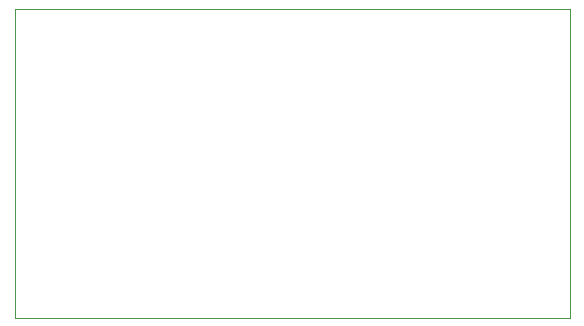
<source format=gbr>
%TF.GenerationSoftware,KiCad,Pcbnew,(6.0.4)*%
%TF.CreationDate,2022-07-05T22:15:58-06:00*%
%TF.ProjectId,fourPostScematic,666f7572-506f-4737-9453-63656d617469,rev?*%
%TF.SameCoordinates,Original*%
%TF.FileFunction,Paste,Bot*%
%TF.FilePolarity,Positive*%
%FSLAX46Y46*%
G04 Gerber Fmt 4.6, Leading zero omitted, Abs format (unit mm)*
G04 Created by KiCad (PCBNEW (6.0.4)) date 2022-07-05 22:15:58*
%MOMM*%
%LPD*%
G01*
G04 APERTURE LIST*
%TA.AperFunction,Profile*%
%ADD10C,0.100000*%
%TD*%
G04 APERTURE END LIST*
D10*
X68072000Y-55372000D02*
X115062000Y-55372000D01*
X115062000Y-55372000D02*
X115062000Y-81534000D01*
X115062000Y-81534000D02*
X68072000Y-81534000D01*
X68072000Y-81534000D02*
X68072000Y-55372000D01*
M02*

</source>
